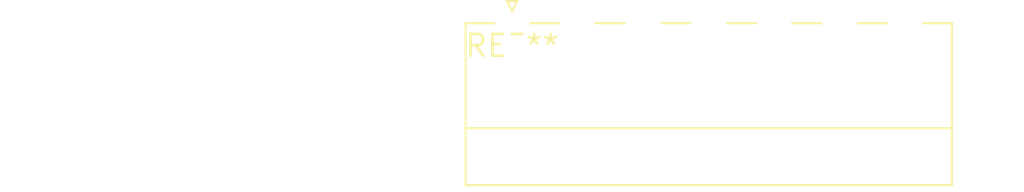
<source format=kicad_pcb>
(kicad_pcb (version 20240108) (generator pcbnew)
  (layers (0 "F.Cu" signal) (31 "B.Cu" signal) (34 "B.Paste" user) (35 "F.Paste" user) (36 "B.SilkS" user "B.Silkscreen") (37 "F.SilkS" user "F.Silkscreen") (38 "B.Mask" user) (39 "F.Mask" user) (44 "Edge.Cuts" user))
  (net 0 "")
  (footprint "PhoenixContact_MC_1,5_7-G-3.81_1x07_P3.81mm_Horizontal" (layer "F.Cu") (at 0 0)
    (property "Reference" "REF**")
    (property "Value" "PhoenixContact_MC_1,5_7-G-3.81_1x07_P3.81mm_Horizontal")
    (fp_line (start -2.71 -1.31) (end -2.71 8.11) (layer "F.SilkS") (stroke (width 0.12)))
    (fp_line (start -2.71 -1.31) (end -1.05 -1.31) (layer "F.SilkS") (stroke (width 0.12)))
    (fp_line (start -2.71 4.8) (end 25.57 4.8) (layer "F.SilkS") (stroke (width 0.12)))
    (fp_line (start -2.71 8.11) (end 25.57 8.11) (layer "F.SilkS") (stroke (width 0.12)))
    (fp_line (start -0.3 -2.6) (end 0.3 -2.6) (layer "F.SilkS") (stroke (width 0.12)))
    (fp_line (start 0 -2) (end -0.3 -2.6) (layer "F.SilkS") (stroke (width 0.12)))
    (fp_line (start 0.3 -2.6) (end 0 -2) (layer "F.SilkS") (stroke (width 0.12)))
    (fp_line (start 1.05 -1.31) (end 2.76 -1.31) (layer "F.SilkS") (stroke (width 0.12)))
    (fp_line (start 4.86 -1.31) (end 6.57 -1.31) (layer "F.SilkS") (stroke (width 0.12)))
    (fp_line (start 8.67 -1.31) (end 10.38 -1.31) (layer "F.SilkS") (stroke (width 0.12)))
    (fp_line (start 12.48 -1.31) (end 14.19 -1.31) (layer "F.SilkS") (stroke (width 0.12)))
    (fp_line (start 16.29 -1.31) (end 18 -1.31) (layer "F.SilkS") (stroke (width 0.12)))
    (fp_line (start 20.1 -1.31) (end 21.81 -1.31) (layer "F.SilkS") (stroke (width 0.12)))
    (fp_line (start 25.57 -1.31) (end 23.91 -1.31) (layer "F.SilkS") (stroke (width 0.12)))
    (fp_line (start 25.57 8.11) (end 25.57 -1.31) (layer "F.SilkS") (stroke (width 0.12)))
    (pad "1" thru_hole roundrect (at 0 0) (size 1.8 3.6) (drill 1.2) (layers *.Cu *.Mask) (remove_unused_layers) (roundrect_rratio 0.138889))
    (pad "2" thru_hole oval (at 3.81 0) (size 1.8 3.6) (drill 1.2) (layers *.Cu *.Mask) (remove_unused_layers))
    (pad "3" thru_hole oval (at 7.62 0) (size 1.8 3.6) (drill 1.2) (layers *.Cu *.Mask) (remove_unused_layers))
    (pad "4" thru_hole oval (at 11.43 0) (size 1.8 3.6) (drill 1.2) (layers *.Cu *.Mask) (remove_unused_layers))
    (pad "5" thru_hole oval (at 15.24 0) (size 1.8 3.6) (drill 1.2) (layers *.Cu *.Mask) (remove_unused_layers))
    (pad "6" thru_hole oval (at 19.05 0) (size 1.8 3.6) (drill 1.2) (layers *.Cu *.Mask) (remove_unused_layers))
    (pad "7" thru_hole oval (at 22.86 0) (size 1.8 3.6) (drill 1.2) (layers *.Cu *.Mask) (remove_unused_layers))
  )
)
</source>
